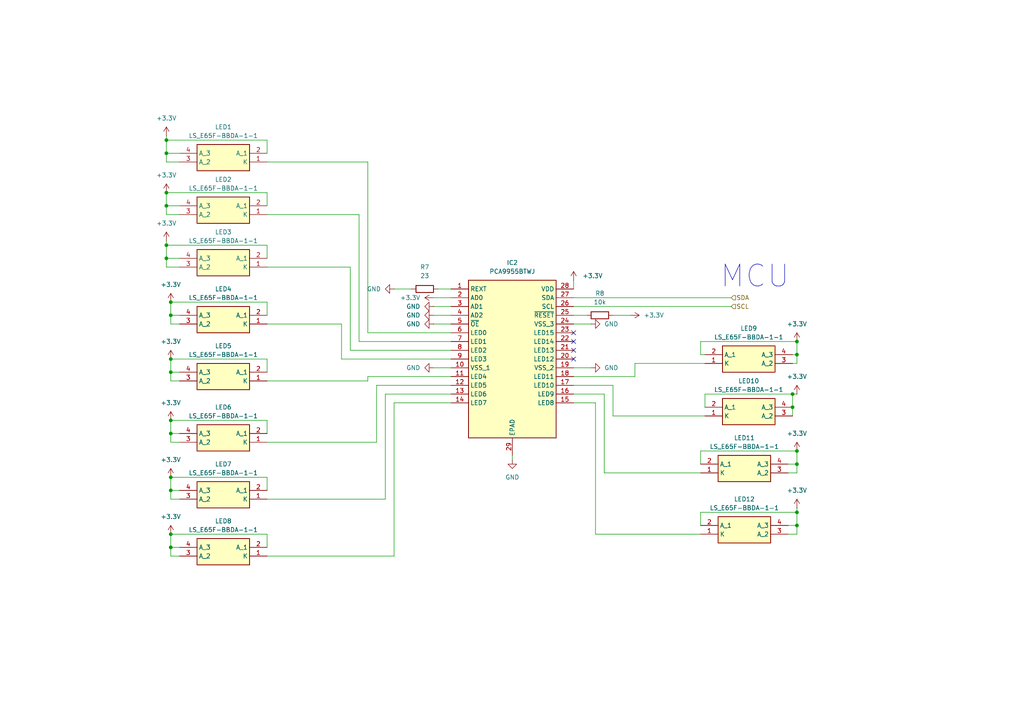
<source format=kicad_sch>
(kicad_sch (version 20250114) (generator "eeschema") (generator_version "9.0")
  (paper "A4")
  (lib_symbols
    (symbol "Device:R" (pin_numbers (hide yes)) (pin_names (offset 0))
      (property "Reference" "R" (at 2.032 0 90))
      (property "Value" "R" (at 0 0 90))
      (symbol "R_0_1"
        (rectangle (start -1.016 -2.54) (end 1.016 2.54) (stroke (width 0.254)))
      )
      (symbol "R_1_1"
        (pin passive line (at 0 3.81 270) (length 1.27) (name "~") (number "1"))
        (pin passive line (at 0 -3.81 90) (length 1.27) (name "~") (number "2"))
      )
    )
    (symbol "LS_E65F-BBDA-1-1:LS_E65F-BBDA-1-1"
      (property "Reference" "LED" (at 21.59 7.62 0))
      (property "Value" "LS_E65F-BBDA-1-1" (at 21.59 5.08 0))
      (symbol "LS_E65F-BBDA-1-1_1_1"
        (rectangle (start 5.08 2.54) (end 20.32 -5.08) (stroke (width 0.254)) (fill (type background)))
        (pin passive line (at 0 0 0) (length 5.08) (name "A_3") (number "4"))
        (pin passive line (at 0 -2.54 0) (length 5.08) (name "A_2") (number "3"))
        (pin passive line (at 25.4 0 180) (length 5.08) (name "A_1") (number "2"))
        (pin passive line (at 25.4 -2.54 180) (length 5.08) (name "K") (number "1"))
      )
    )
    (symbol "PCA9955BTWJ:PCA9955BTWJ"
      (property "Reference" "IC" (at 31.75 7.62 0))
      (property "Value" "PCA9955BTWJ" (at 31.75 5.08 0))
      (symbol "PCA9955BTWJ_1_1"
        (rectangle (start 5.08 2.54) (end 30.48 -43.18) (stroke (width 0.254)) (fill (type background)))
        (pin input line (at 0 0 0) (length 5.08) (name "REXT") (number "1"))
        (pin input line (at 0 -2.54 0) (length 5.08) (name "AD0") (number "2"))
        (pin input line (at 0 -5.08 0) (length 5.08) (name "AD1") (number "3"))
        (pin input line (at 0 -7.62 0) (length 5.08) (name "AD2") (number "4"))
        (pin input line (at 0 -10.16 0) (length 5.08) (name "~{OE}") (number "5"))
        (pin output line (at 0 -12.7 0) (length 5.08) (name "LED0") (number "6"))
        (pin output line (at 0 -15.24 0) (length 5.08) (name "LED1") (number "7"))
        (pin output line (at 0 -17.78 0) (length 5.08) (name "LED2") (number "8"))
        (pin output line (at 0 -20.32 0) (length 5.08) (name "LED3") (number "9"))
        (pin power_in line (at 0 -22.86 0) (length 5.08) (name "VSS_1") (number "10"))
        (pin output line (at 0 -25.4 0) (length 5.08) (name "LED4") (number "11"))
        (pin output line (at 0 -27.94 0) (length 5.08) (name "LED5") (number "12"))
        (pin output line (at 0 -30.48 0) (length 5.08) (name "LED6") (number "13"))
        (pin output line (at 0 -33.02 0) (length 5.08) (name "LED7") (number "14"))
        (pin power_in line (at 17.78 -48.26 90) (length 5.08) (name "EPAD") (number "29"))
        (pin power_in line (at 35.56 0 180) (length 5.08) (name "VDD") (number "28"))
        (pin bidirectional line (at 35.56 -2.54 180) (length 5.08) (name "SDA") (number "27"))
        (pin input line (at 35.56 -5.08 180) (length 5.08) (name "SCL") (number "26"))
        (pin input line (at 35.56 -7.62 180) (length 5.08) (name "~{RESET}") (number "25"))
        (pin power_in line (at 35.56 -10.16 180) (length 5.08) (name "VSS_3") (number "24"))
        (pin output line (at 35.56 -12.7 180) (length 5.08) (name "LED15") (number "23"))
        (pin output line (at 35.56 -15.24 180) (length 5.08) (name "LED14") (number "22"))
        (pin output line (at 35.56 -17.78 180) (length 5.08) (name "LED13") (number "21"))
        (pin output line (at 35.56 -20.32 180) (length 5.08) (name "LED12") (number "20"))
        (pin power_in line (at 35.56 -22.86 180) (length 5.08) (name "VSS_2") (number "19"))
        (pin output line (at 35.56 -25.4 180) (length 5.08) (name "LED11") (number "18"))
        (pin output line (at 35.56 -27.94 180) (length 5.08) (name "LED10") (number "17"))
        (pin output line (at 35.56 -30.48 180) (length 5.08) (name "LED9") (number "16"))
        (pin output line (at 35.56 -33.02 180) (length 5.08) (name "LED8") (number "15"))
      )
    )
    (symbol "power:+3.3V" (power) (pin_numbers (hide yes)) (pin_names (offset 0) (hide yes))
      (property "Value" "+3.3V" (at 0 3.556 0))
      (symbol "+3.3V_0_1"
        (polyline (pts (xy -0.762 1.27) (xy 0 2.54)))
        (polyline (pts (xy 0 2.54) (xy 0.762 1.27)))
        (polyline (pts (xy 0 0) (xy 0 2.54)))
      )
      (symbol "+3.3V_1_1"
        (pin power_in line (at 0 0 90) (length 0) (name "~") (number "1"))
      )
    )
    (symbol "power:GND" (power) (pin_numbers (hide yes)) (pin_names (offset 0) (hide yes))
      (property "Value" "GND" (at 0 -3.81 0))
      (symbol "GND_0_1"
        (polyline (pts (xy 0 0) (xy 0 -1.27) (xy 1.27 -1.27) (xy 0 -2.54) (xy -1.27 -1.27) (xy 0 -1.27)))
      )
      (symbol "GND_1_1"
        (pin power_in line (at 0 0 270) (length 0) (name "~") (number "1"))
      )
    )
  )
  (text "MCU" (at 218.948 80.264 0) (effects (font (size 6.35 6.35))))
  (junction (at 49.53 121.92))
  (junction (at 49.53 91.44))
  (junction (at 49.53 104.14))
  (junction (at 231.14 102.87))
  (junction (at 48.26 71.12))
  (junction (at 49.53 107.95))
  (junction (at 229.87 114.3))
  (junction (at 49.53 154.94))
  (junction (at 231.14 130.81))
  (junction (at 48.26 74.93))
  (junction (at 231.14 152.4))
  (junction (at 49.53 138.43))
  (junction (at 49.53 87.63))
  (junction (at 229.87 118.11))
  (junction (at 49.53 142.24))
  (junction (at 49.53 125.73))
  (junction (at 231.14 134.62))
  (junction (at 49.53 158.75))
  (junction (at 231.14 148.59))
  (junction (at 48.26 59.69))
  (junction (at 48.26 55.88))
  (junction (at 48.26 44.45))
  (junction (at 48.26 40.64))
  (junction (at 231.14 99.06))
  (no_connect (at 166.37 99.06))
  (no_connect (at 166.37 101.6))
  (no_connect (at 166.37 96.52))
  (no_connect (at 166.37 104.14))
  (wire (pts (xy 52.07 46.99) (xy 48.26 46.99)))
  (wire (pts (xy 172.72 116.84) (xy 166.37 116.84)))
  (wire (pts (xy 106.68 109.22) (xy 106.68 110.49)))
  (wire (pts (xy 231.14 102.87) (xy 231.14 99.06)))
  (wire (pts (xy 49.53 107.95) (xy 49.53 104.14)))
  (wire (pts (xy 204.47 114.3) (xy 229.87 114.3)))
  (wire (pts (xy 52.07 93.98) (xy 49.53 93.98)))
  (wire (pts (xy 48.26 46.99) (xy 48.26 44.45)))
  (wire (pts (xy 49.53 110.49) (xy 49.53 107.95)))
  (wire (pts (xy 48.26 39.37) (xy 48.26 40.64)))
  (wire (pts (xy 48.26 69.85) (xy 48.26 71.12)))
  (wire (pts (xy 125.73 91.44) (xy 130.81 91.44)))
  (wire (pts (xy 49.53 125.73) (xy 52.07 125.73)))
  (wire (pts (xy 114.3 116.84) (xy 130.81 116.84)))
  (wire (pts (xy 52.07 59.69) (xy 48.26 59.69)))
  (wire (pts (xy 177.8 120.65) (xy 177.8 111.76)))
  (wire (pts (xy 77.47 44.45) (xy 77.47 40.64)))
  (wire (pts (xy 49.53 91.44) (xy 52.07 91.44)))
  (wire (pts (xy 48.26 44.45) (xy 48.26 40.64)))
  (wire (pts (xy 77.47 62.23) (xy 104.14 62.23)))
  (wire (pts (xy 204.47 102.87) (xy 203.2 102.87)))
  (wire (pts (xy 111.76 114.3) (xy 111.76 144.78)))
  (wire (pts (xy 77.47 55.88) (xy 77.47 59.69)))
  (wire (pts (xy 130.81 114.3) (xy 111.76 114.3)))
  (wire (pts (xy 77.47 91.44) (xy 77.47 87.63)))
  (wire (pts (xy 111.76 144.78) (xy 77.47 144.78)))
  (wire (pts (xy 77.47 154.94) (xy 49.53 154.94)))
  (wire (pts (xy 49.53 144.78) (xy 52.07 144.78)))
  (wire (pts (xy 204.47 105.41) (xy 184.15 105.41)))
  (wire (pts (xy 48.26 40.64) (xy 77.47 40.64)))
  (wire (pts (xy 48.26 74.93) (xy 48.26 77.47)))
  (wire (pts (xy 48.26 55.88) (xy 48.26 59.69)))
  (wire (pts (xy 52.07 110.49) (xy 49.53 110.49)))
  (wire (pts (xy 109.22 128.27) (xy 77.47 128.27)))
  (wire (pts (xy 49.53 104.14) (xy 77.47 104.14)))
  (wire (pts (xy 77.47 125.73) (xy 77.47 121.92)))
  (wire (pts (xy 49.53 161.29) (xy 52.07 161.29)))
  (wire (pts (xy 130.81 101.6) (xy 101.6 101.6)))
  (wire (pts (xy 101.6 77.47) (xy 77.47 77.47)))
  (wire (pts (xy 130.81 96.52) (xy 106.68 96.52)))
  (wire (pts (xy 184.15 105.41) (xy 184.15 109.22)))
  (wire (pts (xy 77.47 87.63) (xy 49.53 87.63)))
  (wire (pts (xy 228.6 152.4) (xy 231.14 152.4)))
  (wire (pts (xy 77.47 71.12) (xy 48.26 71.12)))
  (wire (pts (xy 166.37 81.28) (xy 166.37 83.82)))
  (wire (pts (xy 49.53 154.94) (xy 49.53 158.75)))
  (wire (pts (xy 99.06 104.14) (xy 99.06 93.98)))
  (wire (pts (xy 99.06 93.98) (xy 77.47 93.98)))
  (wire (pts (xy 231.14 148.59) (xy 231.14 147.32)))
  (wire (pts (xy 109.22 111.76) (xy 109.22 128.27)))
  (wire (pts (xy 52.07 62.23) (xy 48.26 62.23)))
  (wire (pts (xy 48.26 77.47) (xy 52.07 77.47)))
  (wire (pts (xy 77.47 161.29) (xy 114.3 161.29)))
  (wire (pts (xy 203.2 99.06) (xy 231.14 99.06)))
  (wire (pts (xy 104.14 99.06) (xy 130.81 99.06)))
  (wire (pts (xy 48.26 71.12) (xy 48.26 74.93)))
  (wire (pts (xy 231.14 152.4) (xy 231.14 148.59)))
  (wire (pts (xy 104.14 62.23) (xy 104.14 99.06)))
  (wire (pts (xy 125.73 93.98) (xy 130.81 93.98)))
  (wire (pts (xy 77.47 121.92) (xy 49.53 121.92)))
  (wire (pts (xy 172.72 154.94) (xy 172.72 116.84)))
  (wire (pts (xy 77.47 138.43) (xy 49.53 138.43)))
  (wire (pts (xy 49.53 138.43) (xy 49.53 142.24)))
  (wire (pts (xy 228.6 134.62) (xy 231.14 134.62)))
  (wire (pts (xy 49.53 128.27) (xy 49.53 125.73)))
  (wire (pts (xy 203.2 137.16) (xy 175.26 137.16)))
  (wire (pts (xy 203.2 130.81) (xy 231.14 130.81)))
  (wire (pts (xy 49.53 107.95) (xy 52.07 107.95)))
  (wire (pts (xy 49.53 158.75) (xy 49.53 161.29)))
  (wire (pts (xy 166.37 91.44) (xy 170.18 91.44)))
  (wire (pts (xy 204.47 120.65) (xy 177.8 120.65)))
  (wire (pts (xy 125.73 88.9) (xy 130.81 88.9)))
  (wire (pts (xy 229.87 114.3) (xy 231.14 114.3)))
  (wire (pts (xy 184.15 109.22) (xy 166.37 109.22)))
  (wire (pts (xy 204.47 118.11) (xy 204.47 114.3)))
  (wire (pts (xy 203.2 154.94) (xy 172.72 154.94)))
  (wire (pts (xy 228.6 154.94) (xy 231.14 154.94)))
  (wire (pts (xy 229.87 118.11) (xy 229.87 120.65)))
  (wire (pts (xy 203.2 134.62) (xy 203.2 130.81)))
  (wire (pts (xy 48.26 44.45) (xy 52.07 44.45)))
  (wire (pts (xy 130.81 111.76) (xy 109.22 111.76)))
  (wire (pts (xy 49.53 142.24) (xy 49.53 144.78)))
  (wire (pts (xy 166.37 93.98) (xy 171.45 93.98)))
  (wire (pts (xy 48.26 55.88) (xy 77.47 55.88)))
  (wire (pts (xy 166.37 106.68) (xy 171.45 106.68)))
  (wire (pts (xy 177.8 111.76) (xy 166.37 111.76)))
  (wire (pts (xy 125.73 106.68) (xy 130.81 106.68)))
  (wire (pts (xy 231.14 137.16) (xy 231.14 134.62)))
  (wire (pts (xy 106.68 96.52) (xy 106.68 46.99)))
  (wire (pts (xy 229.87 102.87) (xy 231.14 102.87)))
  (wire (pts (xy 49.53 142.24) (xy 52.07 142.24)))
  (wire (pts (xy 231.14 134.62) (xy 231.14 130.81)))
  (wire (pts (xy 77.47 74.93) (xy 77.47 71.12)))
  (wire (pts (xy 177.8 91.44) (xy 182.88 91.44)))
  (wire (pts (xy 175.26 114.3) (xy 166.37 114.3)))
  (wire (pts (xy 203.2 102.87) (xy 203.2 99.06)))
  (wire (pts (xy 106.68 110.49) (xy 77.47 110.49)))
  (wire (pts (xy 114.3 83.82) (xy 119.38 83.82)))
  (wire (pts (xy 175.26 137.16) (xy 175.26 114.3)))
  (wire (pts (xy 101.6 101.6) (xy 101.6 77.47)))
  (wire (pts (xy 231.14 105.41) (xy 231.14 102.87)))
  (wire (pts (xy 203.2 152.4) (xy 203.2 148.59)))
  (wire (pts (xy 229.87 114.3) (xy 229.87 118.11)))
  (wire (pts (xy 203.2 148.59) (xy 231.14 148.59)))
  (wire (pts (xy 114.3 161.29) (xy 114.3 116.84)))
  (wire (pts (xy 77.47 142.24) (xy 77.47 138.43)))
  (wire (pts (xy 166.37 86.36) (xy 212.09 86.36)))
  (wire (pts (xy 127 83.82) (xy 130.81 83.82)))
  (wire (pts (xy 49.53 91.44) (xy 49.53 93.98)))
  (wire (pts (xy 229.87 105.41) (xy 231.14 105.41)))
  (wire (pts (xy 49.53 158.75) (xy 52.07 158.75)))
  (wire (pts (xy 106.68 46.99) (xy 77.47 46.99)))
  (wire (pts (xy 166.37 88.9) (xy 212.09 88.9)))
  (wire (pts (xy 77.47 158.75) (xy 77.47 154.94)))
  (wire (pts (xy 148.59 132.08) (xy 148.59 133.35)))
  (wire (pts (xy 130.81 109.22) (xy 106.68 109.22)))
  (wire (pts (xy 49.53 87.63) (xy 49.53 91.44)))
  (wire (pts (xy 52.07 128.27) (xy 49.53 128.27)))
  (wire (pts (xy 49.53 121.92) (xy 49.53 125.73)))
  (wire (pts (xy 48.26 62.23) (xy 48.26 59.69)))
  (wire (pts (xy 231.14 154.94) (xy 231.14 152.4)))
  (wire (pts (xy 125.73 86.36) (xy 130.81 86.36)))
  (wire (pts (xy 228.6 137.16) (xy 231.14 137.16)))
  (wire (pts (xy 48.26 74.93) (xy 52.07 74.93)))
  (wire (pts (xy 77.47 104.14) (xy 77.47 107.95)))
  (wire (pts (xy 130.81 104.14) (xy 99.06 104.14)))
  (hierarchical_label "SCL" (shape input) (at 212.09 88.9 0))
  (hierarchical_label "SDA" (shape input) (at 212.09 86.36 0))
  (symbol (lib_id "power:GND") (at 125.73 93.98 270) (unit 1)
    (property "Reference" "#PWR033" (effects (hide yes)))
    (property "Value" "GND" (at 121.92 93.9799 90) (effects (justify right)))
    (property "Description" "Power symbol creates a global label with name \"GND\" , ground" (effects (hide yes)))
  )
  (symbol (lib_id "power:+3.3V") (at 166.37 81.28 0) (unit 1)
    (property "Reference" "#PWR036" (effects (hide yes)))
    (property "Value" "+3.3V" (at 168.91 80.0099 0) (effects (justify left)))
    (property "Description" "Power symbol creates a global label with name \"+3.3V\"" (effects (hide yes)))
  )
  (symbol (lib_id "power:GND") (at 125.73 106.68 270) (unit 1)
    (property "Reference" "#PWR034" (effects (hide yes)))
    (property "Value" "GND" (at 121.92 106.6799 90) (effects (justify right)))
    (property "Description" "Power symbol creates a global label with name \"GND\" , ground" (effects (hide yes)))
  )
  (symbol (lib_id "power:+3.3V") (at 49.53 138.43 0) (unit 1)
    (property "Reference" "#PWR027" (effects (hide yes)))
    (property "Value" "+3.3V" (at 49.53 133.35 0))
    (property "Description" "Power symbol creates a global label with name \"+3.3V\"" (effects (hide yes)))
  )
  (symbol (lib_id "power:+3.3V") (at 125.73 86.36 90) (unit 1)
    (property "Reference" "#PWR050" (effects (hide yes)))
    (property "Value" "+3.3V" (at 121.92 86.3599 90) (effects (justify left)))
    (property "Description" "Power symbol creates a global label with name \"+3.3V\"" (effects (hide yes)))
  )
  (symbol (lib_id "power:+3.3V") (at 49.53 154.94 0) (unit 1)
    (property "Reference" "#PWR028" (effects (hide yes)))
    (property "Value" "+3.3V" (at 49.53 149.86 0))
    (property "Description" "Power symbol creates a global label with name \"+3.3V\"" (effects (hide yes)))
  )
  (symbol (lib_id "LS_E65F-BBDA-1-1:LS_E65F-BBDA-1-1") (at 52.07 158.75 0) (unit 1)
    (property "Reference" "LED8" (at 64.77 151.13 0))
    (property "Value" "LS_E65F-BBDA-1-1" (at 64.77 153.67 0))
    (property "Footprint" "LS_E65F-BBDA-1-1:LSE65FBBDA11" (effects (hide yes)))
    (property "Datasheet" "https://mm.digikey.com/Volume0/opasdata/d220001/medias/docus/406/LS_E65F_Rev1.2.pdf" (effects (hide yes)))
    (property "Description" "2.15 V Red LED PLCC 4 SMD,Osram Opto Power TOPLED Lens LS E65F-BBDA-1-1" (effects (hide yes)))
    (property "Height" "3.5" (effects (hide yes)))
    (property "Mouser Part Number" "720-LSE65F-BBDA-1-Z" (effects (hide yes)))
    (property "Mouser Price/Stock" "https://www.mouser.co.uk/ProductDetail/ams-OSRAM/LS-E65F-BBDA-1-1?qs=NTcu%252BMSV%252BkPhQlF5hhPaMg%3D%3D" (effects (hide yes)))
    (property "Manufacturer_Name" "ams OSRAM" (effects (hide yes)))
    (property "Manufacturer_Part_Number" "LS E65F-BBDA-1-1" (effects (hide yes)))
  )
  (symbol (lib_id "power:GND") (at 125.73 88.9 270) (unit 1)
    (property "Reference" "#PWR031" (effects (hide yes)))
    (property "Value" "GND" (at 121.92 88.8999 90) (effects (justify right)))
    (property "Description" "Power symbol creates a global label with name \"GND\" , ground" (effects (hide yes)))
  )
  (symbol (lib_id "LS_E65F-BBDA-1-1:LS_E65F-BBDA-1-1") (at 52.07 125.73 0) (unit 1)
    (property "Reference" "LED6" (at 64.77 118.11 0))
    (property "Value" "LS_E65F-BBDA-1-1" (at 64.77 120.65 0))
    (property "Footprint" "LS_E65F-BBDA-1-1:LSE65FBBDA11" (effects (hide yes)))
    (property "Datasheet" "https://mm.digikey.com/Volume0/opasdata/d220001/medias/docus/406/LS_E65F_Rev1.2.pdf" (effects (hide yes)))
    (property "Description" "2.15 V Red LED PLCC 4 SMD,Osram Opto Power TOPLED Lens LS E65F-BBDA-1-1" (effects (hide yes)))
    (property "Height" "3.5" (effects (hide yes)))
    (property "Mouser Part Number" "720-LSE65F-BBDA-1-Z" (effects (hide yes)))
    (property "Mouser Price/Stock" "https://www.mouser.co.uk/ProductDetail/ams-OSRAM/LS-E65F-BBDA-1-1?qs=NTcu%252BMSV%252BkPhQlF5hhPaMg%3D%3D" (effects (hide yes)))
    (property "Manufacturer_Name" "ams OSRAM" (effects (hide yes)))
    (property "Manufacturer_Part_Number" "LS E65F-BBDA-1-1" (effects (hide yes)))
  )
  (symbol (lib_id "power:GND") (at 148.59 133.35 0) (unit 1)
    (property "Reference" "#PWR035" (effects (hide yes)))
    (property "Value" "GND" (at 148.59 138.43 0))
    (property "Description" "Power symbol creates a global label with name \"GND\" , ground" (effects (hide yes)))
  )
  (symbol (lib_id "power:+3.3V") (at 48.26 69.85 0) (unit 1)
    (property "Reference" "#PWR0102" (effects (hide yes)))
    (property "Value" "+3.3V" (at 48.26 64.77 0))
    (property "Description" "Power symbol creates a global label with name \"+3.3V\"" (effects (hide yes)))
  )
  (symbol (lib_id "LS_E65F-BBDA-1-1:LS_E65F-BBDA-1-1") (at 52.07 91.44 0) (unit 1)
    (property "Reference" "LED4" (at 64.77 83.82 0))
    (property "Value" "LS_E65F-BBDA-1-1" (at 64.77 86.36 0))
    (property "Footprint" "LS_E65F-BBDA-1-1:LSE65FBBDA11" (effects (hide yes)))
    (property "Datasheet" "https://mm.digikey.com/Volume0/opasdata/d220001/medias/docus/406/LS_E65F_Rev1.2.pdf" (effects (hide yes)))
    (property "Description" "2.15 V Red LED PLCC 4 SMD,Osram Opto Power TOPLED Lens LS E65F-BBDA-1-1" (effects (hide yes)))
    (property "Height" "3.5" (effects (hide yes)))
    (property "Mouser Part Number" "720-LSE65F-BBDA-1-Z" (effects (hide yes)))
    (property "Mouser Price/Stock" "https://www.mouser.co.uk/ProductDetail/ams-OSRAM/LS-E65F-BBDA-1-1?qs=NTcu%252BMSV%252BkPhQlF5hhPaMg%3D%3D" (effects (hide yes)))
    (property "Manufacturer_Name" "ams OSRAM" (effects (hide yes)))
    (property "Manufacturer_Part_Number" "LS E65F-BBDA-1-1" (effects (hide yes)))
  )
  (symbol (lib_id "power:+3.3V") (at 231.14 130.81 0) (unit 1)
    (property "Reference" "#PWR022" (effects (hide yes)))
    (property "Value" "+3.3V" (at 231.14 125.73 0))
    (property "Description" "Power symbol creates a global label with name \"+3.3V\"" (effects (hide yes)))
  )
  (symbol (lib_id "LS_E65F-BBDA-1-1:LS_E65F-BBDA-1-1") (at 52.07 74.93 0) (unit 1)
    (property "Reference" "LED3" (at 64.77 67.31 0))
    (property "Value" "LS_E65F-BBDA-1-1" (at 64.77 69.85 0))
    (property "Footprint" "LS_E65F-BBDA-1-1:LSE65FBBDA11" (effects (hide yes)))
    (property "Datasheet" "https://mm.digikey.com/Volume0/opasdata/d220001/medias/docus/406/LS_E65F_Rev1.2.pdf" (effects (hide yes)))
    (property "Description" "2.15 V Red LED PLCC 4 SMD,Osram Opto Power TOPLED Lens LS E65F-BBDA-1-1" (effects (hide yes)))
    (property "Height" "3.5" (effects (hide yes)))
    (property "Mouser Part Number" "720-LSE65F-BBDA-1-Z" (effects (hide yes)))
    (property "Mouser Price/Stock" "https://www.mouser.co.uk/ProductDetail/ams-OSRAM/LS-E65F-BBDA-1-1?qs=NTcu%252BMSV%252BkPhQlF5hhPaMg%3D%3D" (effects (hide yes)))
    (property "Manufacturer_Name" "ams OSRAM" (effects (hide yes)))
    (property "Manufacturer_Part_Number" "LS E65F-BBDA-1-1" (effects (hide yes)))
  )
  (symbol (lib_id "power:+3.3V") (at 49.53 87.63 0) (unit 1)
    (property "Reference" "#PWR024" (effects (hide yes)))
    (property "Value" "+3.3V" (at 49.53 82.55 0))
    (property "Description" "Power symbol creates a global label with name \"+3.3V\"" (effects (hide yes)))
  )
  (symbol (lib_id "LS_E65F-BBDA-1-1:LS_E65F-BBDA-1-1") (at 52.07 142.24 0) (unit 1)
    (property "Reference" "LED7" (at 64.77 134.62 0))
    (property "Value" "LS_E65F-BBDA-1-1" (at 64.77 137.16 0))
    (property "Footprint" "LS_E65F-BBDA-1-1:LSE65FBBDA11" (effects (hide yes)))
    (property "Datasheet" "https://mm.digikey.com/Volume0/opasdata/d220001/medias/docus/406/LS_E65F_Rev1.2.pdf" (effects (hide yes)))
    (property "Description" "2.15 V Red LED PLCC 4 SMD,Osram Opto Power TOPLED Lens LS E65F-BBDA-1-1" (effects (hide yes)))
    (property "Height" "3.5" (effects (hide yes)))
    (property "Mouser Part Number" "720-LSE65F-BBDA-1-Z" (effects (hide yes)))
    (property "Mouser Price/Stock" "https://www.mouser.co.uk/ProductDetail/ams-OSRAM/LS-E65F-BBDA-1-1?qs=NTcu%252BMSV%252BkPhQlF5hhPaMg%3D%3D" (effects (hide yes)))
    (property "Manufacturer_Name" "ams OSRAM" (effects (hide yes)))
    (property "Manufacturer_Part_Number" "LS E65F-BBDA-1-1" (effects (hide yes)))
  )
  (symbol (lib_id "power:GND") (at 171.45 106.68 90) (unit 1)
    (property "Reference" "#PWR038" (effects (hide yes)))
    (property "Value" "GND" (at 175.26 106.6799 90) (effects (justify right)))
    (property "Description" "Power symbol creates a global label with name \"GND\" , ground" (effects (hide yes)))
  )
  (symbol (lib_id "power:+3.3V") (at 49.53 104.14 0) (unit 1)
    (property "Reference" "#PWR025" (effects (hide yes)))
    (property "Value" "+3.3V" (at 49.53 99.06 0))
    (property "Description" "Power symbol creates a global label with name \"+3.3V\"" (effects (hide yes)))
  )
  (symbol (lib_id "LS_E65F-BBDA-1-1:LS_E65F-BBDA-1-1") (at 229.87 102.87 0) (mirror y) (unit 1)
    (property "Reference" "LED9" (at 217.17 95.25 0))
    (property "Value" "LS_E65F-BBDA-1-1" (at 217.17 97.79 0))
    (property "Footprint" "custom:LSE65FBBDA11" (effects (hide yes)))
    (property "Datasheet" "https://mm.digikey.com/Volume0/opasdata/d220001/medias/docus/406/LS_E65F_Rev1.2.pdf" (effects (hide yes)))
    (property "Description" "2.15 V Red LED PLCC 4 SMD,Osram Opto Power TOPLED Lens LS E65F-BBDA-1-1" (effects (hide yes)))
    (property "Height" "3.5" (effects (hide yes)))
    (property "Mouser Part Number" "720-LSE65F-BBDA-1-Z" (effects (hide yes)))
    (property "Mouser Price/Stock" "https://www.mouser.co.uk/ProductDetail/ams-OSRAM/LS-E65F-BBDA-1-1?qs=NTcu%252BMSV%252BkPhQlF5hhPaMg%3D%3D" (effects (hide yes)))
    (property "Manufacturer_Name" "ams OSRAM" (effects (hide yes)))
    (property "Manufacturer_Part_Number" "LS E65F-BBDA-1-1" (effects (hide yes)))
  )
  (symbol (lib_id "power:+3.3V") (at 48.26 39.37 0) (unit 1)
    (property "Reference" "#PWR021" (effects (hide yes)))
    (property "Value" "+3.3V" (at 48.26 34.29 0))
    (property "Description" "Power symbol creates a global label with name \"+3.3V\"" (effects (hide yes)))
  )
  (symbol (lib_id "power:GND") (at 171.45 93.98 90) (unit 1)
    (property "Reference" "#PWR037" (effects (hide yes)))
    (property "Value" "GND" (at 175.26 93.9799 90) (effects (justify right)))
    (property "Description" "Power symbol creates a global label with name \"GND\" , ground" (effects (hide yes)))
  )
  (symbol (lib_id "power:+3.3V") (at 49.53 121.92 0) (unit 1)
    (property "Reference" "#PWR026" (effects (hide yes)))
    (property "Value" "+3.3V" (at 49.53 116.84 0))
    (property "Description" "Power symbol creates a global label with name \"+3.3V\"" (effects (hide yes)))
  )
  (symbol (lib_id "power:GND") (at 125.73 91.44 270) (unit 1)
    (property "Reference" "#PWR032" (effects (hide yes)))
    (property "Value" "GND" (at 121.92 91.4399 90) (effects (justify right)))
    (property "Description" "Power symbol creates a global label with name \"GND\" , ground" (effects (hide yes)))
  )
  (symbol (lib_id "LS_E65F-BBDA-1-1:LS_E65F-BBDA-1-1") (at 228.6 152.4 0) (mirror y) (unit 1)
    (property "Reference" "LED12" (at 215.9 144.78 0))
    (property "Value" "LS_E65F-BBDA-1-1" (at 215.9 147.32 0))
    (property "Footprint" "custom:LSE65FBBDA11" (effects (hide yes)))
    (property "Datasheet" "https://mm.digikey.com/Volume0/opasdata/d220001/medias/docus/406/LS_E65F_Rev1.2.pdf" (effects (hide yes)))
    (property "Description" "2.15 V Red LED PLCC 4 SMD,Osram Opto Power TOPLED Lens LS E65F-BBDA-1-1" (effects (hide yes)))
    (property "Height" "3.5" (effects (hide yes)))
    (property "Mouser Part Number" "720-LSE65F-BBDA-1-Z" (effects (hide yes)))
    (property "Mouser Price/Stock" "https://www.mouser.co.uk/ProductDetail/ams-OSRAM/LS-E65F-BBDA-1-1?qs=NTcu%252BMSV%252BkPhQlF5hhPaMg%3D%3D" (effects (hide yes)))
    (property "Manufacturer_Name" "ams OSRAM" (effects (hide yes)))
    (property "Manufacturer_Part_Number" "LS E65F-BBDA-1-1" (effects (hide yes)))
  )
  (symbol (lib_id "power:+3.3V") (at 48.26 55.88 0) (unit 1)
    (property "Reference" "#PWR0101" (effects (hide yes)))
    (property "Value" "+3.3V" (at 48.26 50.8 0))
    (property "Description" "Power symbol creates a global label with name \"+3.3V\"" (effects (hide yes)))
  )
  (symbol (lib_id "LS_E65F-BBDA-1-1:LS_E65F-BBDA-1-1") (at 52.07 44.45 0) (unit 1)
    (property "Reference" "LED1" (at 64.77 36.83 0))
    (property "Value" "LS_E65F-BBDA-1-1" (at 64.77 39.37 0))
    (property "Footprint" "LS_E65F-BBDA-1-1:LSE65FBBDA11" (effects (hide yes)))
    (property "Datasheet" "https://mm.digikey.com/Volume0/opasdata/d220001/medias/docus/406/LS_E65F_Rev1.2.pdf" (effects (hide yes)))
    (property "Description" "2.15 V Red LED PLCC 4 SMD,Osram Opto Power TOPLED Lens LS E65F-BBDA-1-1" (effects (hide yes)))
    (property "Height" "3.5" (effects (hide yes)))
    (property "Mouser Part Number" "720-LSE65F-BBDA-1-Z" (effects (hide yes)))
    (property "Mouser Price/Stock" "https://www.mouser.co.uk/ProductDetail/ams-OSRAM/LS-E65F-BBDA-1-1?qs=NTcu%252BMSV%252BkPhQlF5hhPaMg%3D%3D" (effects (hide yes)))
    (property "Manufacturer_Name" "ams OSRAM" (effects (hide yes)))
    (property "Manufacturer_Part_Number" "LS E65F-BBDA-1-1" (effects (hide yes)))
  )
  (symbol (lib_id "Device:R") (at 123.19 83.82 90) (unit 1)
    (property "Reference" "R7" (at 123.19 77.47 90))
    (property "Value" "23" (at 123.19 80.01 90))
    (property "Footprint" "Resistor_SMD:R_0603_1608Metric" (effects (hide yes)))
    (property "Description" "Resistor" (effects (hide yes)))
  )
  (symbol (lib_id "PCA9955BTWJ:PCA9955BTWJ") (at 130.81 83.82 0) (unit 1)
    (property "Reference" "IC2" (at 148.59 76.2 0))
    (property "Value" "PCA9955BTWJ" (at 148.59 78.74 0))
    (property "Footprint" "custom:SOP65P640X110-29N" (effects (hide yes)))
    (property "Datasheet" "http://www.nxp.com/docs/en/data-sheet/PCA9955B.pdf" (effects (hide yes)))
    (property "Description" "NXP - PCA9955BTWJ - LED DRIVER, CONSTANT CURRENT, HTSSOP-28" (effects (hide yes)))
    (property "Height" "1.1" (effects (hide yes)))
    (property "Manufacturer_Name" "NXP" (effects (hide yes)))
    (property "Manufacturer_Part_Number" "PCA9955BTWJ" (effects (hide yes)))
  )
  (symbol (lib_id "power:+3.3V") (at 182.88 91.44 270) (unit 1)
    (property "Reference" "#PWR039" (effects (hide yes)))
    (property "Value" "+3.3V" (at 186.69 91.4399 90) (effects (justify left)))
    (property "Description" "Power symbol creates a global label with name \"+3.3V\"" (effects (hide yes)))
  )
  (symbol (lib_id "LS_E65F-BBDA-1-1:LS_E65F-BBDA-1-1") (at 228.6 134.62 0) (mirror y) (unit 1)
    (property "Reference" "LED11" (at 215.9 127 0))
    (property "Value" "LS_E65F-BBDA-1-1" (at 215.9 129.54 0))
    (property "Footprint" "custom:LSE65FBBDA11" (effects (hide yes)))
    (property "Datasheet" "https://mm.digikey.com/Volume0/opasdata/d220001/medias/docus/406/LS_E65F_Rev1.2.pdf" (effects (hide yes)))
    (property "Description" "2.15 V Red LED PLCC 4 SMD,Osram Opto Power TOPLED Lens LS E65F-BBDA-1-1" (effects (hide yes)))
    (property "Height" "3.5" (effects (hide yes)))
    (property "Mouser Part Number" "720-LSE65F-BBDA-1-Z" (effects (hide yes)))
    (property "Mouser Price/Stock" "https://www.mouser.co.uk/ProductDetail/ams-OSRAM/LS-E65F-BBDA-1-1?qs=NTcu%252BMSV%252BkPhQlF5hhPaMg%3D%3D" (effects (hide yes)))
    (property "Manufacturer_Name" "ams OSRAM" (effects (hide yes)))
    (property "Manufacturer_Part_Number" "LS E65F-BBDA-1-1" (effects (hide yes)))
  )
  (symbol (lib_id "LS_E65F-BBDA-1-1:LS_E65F-BBDA-1-1") (at 52.07 59.69 0) (unit 1)
    (property "Reference" "LED2" (at 64.77 52.07 0))
    (property "Value" "LS_E65F-BBDA-1-1" (at 64.77 54.61 0))
    (property "Footprint" "LS_E65F-BBDA-1-1:LSE65FBBDA11" (effects (hide yes)))
    (property "Datasheet" "https://mm.digikey.com/Volume0/opasdata/d220001/medias/docus/406/LS_E65F_Rev1.2.pdf" (effects (hide yes)))
    (property "Description" "2.15 V Red LED PLCC 4 SMD,Osram Opto Power TOPLED Lens LS E65F-BBDA-1-1" (effects (hide yes)))
    (property "Height" "3.5" (effects (hide yes)))
    (property "Mouser Part Number" "720-LSE65F-BBDA-1-Z" (effects (hide yes)))
    (property "Mouser Price/Stock" "https://www.mouser.co.uk/ProductDetail/ams-OSRAM/LS-E65F-BBDA-1-1?qs=NTcu%252BMSV%252BkPhQlF5hhPaMg%3D%3D" (effects (hide yes)))
    (property "Manufacturer_Name" "ams OSRAM" (effects (hide yes)))
    (property "Manufacturer_Part_Number" "LS E65F-BBDA-1-1" (effects (hide yes)))
  )
  (symbol (lib_id "LS_E65F-BBDA-1-1:LS_E65F-BBDA-1-1") (at 229.87 118.11 0) (mirror y) (unit 1)
    (property "Reference" "LED10" (at 217.17 110.49 0))
    (property "Value" "LS_E65F-BBDA-1-1" (at 217.17 113.03 0))
    (property "Footprint" "custom:LSE65FBBDA11" (effects (hide yes)))
    (property "Datasheet" "https://mm.digikey.com/Volume0/opasdata/d220001/medias/docus/406/LS_E65F_Rev1.2.pdf" (effects (hide yes)))
    (property "Description" "2.15 V Red LED PLCC 4 SMD,Osram Opto Power TOPLED Lens LS E65F-BBDA-1-1" (effects (hide yes)))
    (property "Height" "3.5" (effects (hide yes)))
    (property "Mouser Part Number" "720-LSE65F-BBDA-1-Z" (effects (hide yes)))
    (property "Mouser Price/Stock" "https://www.mouser.co.uk/ProductDetail/ams-OSRAM/LS-E65F-BBDA-1-1?qs=NTcu%252BMSV%252BkPhQlF5hhPaMg%3D%3D" (effects (hide yes)))
    (property "Manufacturer_Name" "ams OSRAM" (effects (hide yes)))
    (property "Manufacturer_Part_Number" "LS E65F-BBDA-1-1" (effects (hide yes)))
  )
  (symbol (lib_id "power:+3.3V") (at 231.14 99.06 0) (unit 1)
    (property "Reference" "#PWR040" (effects (hide yes)))
    (property "Value" "+3.3V" (at 231.14 93.98 0))
    (property "Description" "Power symbol creates a global label with name \"+3.3V\"" (effects (hide yes)))
  )
  (symbol (lib_id "Device:R") (at 173.99 91.44 90) (unit 1)
    (property "Reference" "R8" (at 173.99 85.09 90))
    (property "Value" "10k" (at 173.99 87.63 90))
    (property "Footprint" "Resistor_SMD:R_0603_1608Metric" (effects (hide yes)))
    (property "Description" "Resistor" (effects (hide yes)))
  )
  (symbol (lib_id "power:GND") (at 114.3 83.82 270) (unit 1)
    (property "Reference" "#PWR029" (effects (hide yes)))
    (property "Value" "GND" (at 110.49 83.8199 90) (effects (justify right)))
    (property "Description" "Power symbol creates a global label with name \"GND\" , ground" (effects (hide yes)))
  )
  (symbol (lib_id "power:+3.3V") (at 231.14 147.32 0) (unit 1)
    (property "Reference" "#PWR023" (effects (hide yes)))
    (property "Value" "+3.3V" (at 231.14 142.24 0))
    (property "Description" "Power symbol creates a global label with name \"+3.3V\"" (effects (hide yes)))
  )
  (symbol (lib_id "power:+3.3V") (at 231.14 114.3 0) (unit 1)
    (property "Reference" "#PWR0103" (effects (hide yes)))
    (property "Value" "+3.3V" (at 231.14 109.22 0))
    (property "Description" "Power symbol creates a global label with name \"+3.3V\"" (effects (hide yes)))
  )
  (symbol (lib_id "LS_E65F-BBDA-1-1:LS_E65F-BBDA-1-1") (at 52.07 107.95 0) (unit 1)
    (property "Reference" "LED5" (at 64.77 100.33 0))
    (property "Value" "LS_E65F-BBDA-1-1" (at 64.77 102.87 0))
    (property "Footprint" "LS_E65F-BBDA-1-1:LSE65FBBDA11" (effects (hide yes)))
    (property "Datasheet" "https://mm.digikey.com/Volume0/opasdata/d220001/medias/docus/406/LS_E65F_Rev1.2.pdf" (effects (hide yes)))
    (property "Description" "2.15 V Red LED PLCC 4 SMD,Osram Opto Power TOPLED Lens LS E65F-BBDA-1-1" (effects (hide yes)))
    (property "Height" "3.5" (effects (hide yes)))
    (property "Mouser Part Number" "720-LSE65F-BBDA-1-Z" (effects (hide yes)))
    (property "Mouser Price/Stock" "https://www.mouser.co.uk/ProductDetail/ams-OSRAM/LS-E65F-BBDA-1-1?qs=NTcu%252BMSV%252BkPhQlF5hhPaMg%3D%3D" (effects (hide yes)))
    (property "Manufacturer_Name" "ams OSRAM" (effects (hide yes)))
    (property "Manufacturer_Part_Number" "LS E65F-BBDA-1-1" (effects (hide yes)))
  )
)
</source>
